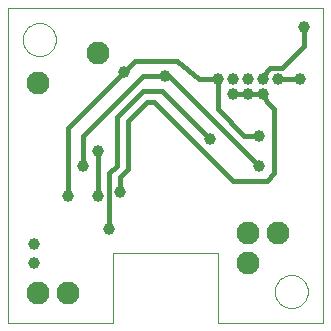
<source format=gbl>
G75*
%MOIN*%
%OFA0B0*%
%FSLAX24Y24*%
%IPPOS*%
%LPD*%
%AMOC8*
5,1,8,0,0,1.08239X$1,22.5*
%
%ADD10C,0.0000*%
%ADD11C,0.0396*%
%ADD12C,0.0160*%
%ADD13C,0.0768*%
D10*
X000100Y000100D02*
X003600Y000100D01*
X003600Y002430D01*
X007100Y002430D01*
X007100Y000100D01*
X010600Y000100D01*
X010600Y010600D01*
X000100Y010600D01*
X000100Y000100D01*
X000599Y009550D02*
X000601Y009597D01*
X000607Y009643D01*
X000617Y009689D01*
X000630Y009734D01*
X000648Y009777D01*
X000669Y009819D01*
X000693Y009859D01*
X000721Y009896D01*
X000752Y009931D01*
X000786Y009964D01*
X000822Y009993D01*
X000861Y010019D01*
X000902Y010042D01*
X000945Y010061D01*
X000989Y010077D01*
X001034Y010089D01*
X001080Y010097D01*
X001127Y010101D01*
X001173Y010101D01*
X001220Y010097D01*
X001266Y010089D01*
X001311Y010077D01*
X001355Y010061D01*
X001398Y010042D01*
X001439Y010019D01*
X001478Y009993D01*
X001514Y009964D01*
X001548Y009931D01*
X001579Y009896D01*
X001607Y009859D01*
X001631Y009819D01*
X001652Y009777D01*
X001670Y009734D01*
X001683Y009689D01*
X001693Y009643D01*
X001699Y009597D01*
X001701Y009550D01*
X001699Y009503D01*
X001693Y009457D01*
X001683Y009411D01*
X001670Y009366D01*
X001652Y009323D01*
X001631Y009281D01*
X001607Y009241D01*
X001579Y009204D01*
X001548Y009169D01*
X001514Y009136D01*
X001478Y009107D01*
X001439Y009081D01*
X001398Y009058D01*
X001355Y009039D01*
X001311Y009023D01*
X001266Y009011D01*
X001220Y009003D01*
X001173Y008999D01*
X001127Y008999D01*
X001080Y009003D01*
X001034Y009011D01*
X000989Y009023D01*
X000945Y009039D01*
X000902Y009058D01*
X000861Y009081D01*
X000822Y009107D01*
X000786Y009136D01*
X000752Y009169D01*
X000721Y009204D01*
X000693Y009241D01*
X000669Y009281D01*
X000648Y009323D01*
X000630Y009366D01*
X000617Y009411D01*
X000607Y009457D01*
X000601Y009503D01*
X000599Y009550D01*
X008999Y001150D02*
X009001Y001197D01*
X009007Y001243D01*
X009017Y001289D01*
X009030Y001334D01*
X009048Y001377D01*
X009069Y001419D01*
X009093Y001459D01*
X009121Y001496D01*
X009152Y001531D01*
X009186Y001564D01*
X009222Y001593D01*
X009261Y001619D01*
X009302Y001642D01*
X009345Y001661D01*
X009389Y001677D01*
X009434Y001689D01*
X009480Y001697D01*
X009527Y001701D01*
X009573Y001701D01*
X009620Y001697D01*
X009666Y001689D01*
X009711Y001677D01*
X009755Y001661D01*
X009798Y001642D01*
X009839Y001619D01*
X009878Y001593D01*
X009914Y001564D01*
X009948Y001531D01*
X009979Y001496D01*
X010007Y001459D01*
X010031Y001419D01*
X010052Y001377D01*
X010070Y001334D01*
X010083Y001289D01*
X010093Y001243D01*
X010099Y001197D01*
X010101Y001150D01*
X010099Y001103D01*
X010093Y001057D01*
X010083Y001011D01*
X010070Y000966D01*
X010052Y000923D01*
X010031Y000881D01*
X010007Y000841D01*
X009979Y000804D01*
X009948Y000769D01*
X009914Y000736D01*
X009878Y000707D01*
X009839Y000681D01*
X009798Y000658D01*
X009755Y000639D01*
X009711Y000623D01*
X009666Y000611D01*
X009620Y000603D01*
X009573Y000599D01*
X009527Y000599D01*
X009480Y000603D01*
X009434Y000611D01*
X009389Y000623D01*
X009345Y000639D01*
X009302Y000658D01*
X009261Y000681D01*
X009222Y000707D01*
X009186Y000736D01*
X009152Y000769D01*
X009121Y000804D01*
X009093Y000841D01*
X009069Y000881D01*
X009048Y000923D01*
X009030Y000966D01*
X009017Y001011D01*
X009007Y001057D01*
X009001Y001103D01*
X008999Y001150D01*
D11*
X008475Y005350D03*
X008475Y006350D03*
X008600Y007725D03*
X008600Y008225D03*
X008100Y008225D03*
X007600Y008225D03*
X007600Y007725D03*
X008100Y007725D03*
X007100Y008225D03*
X005350Y008350D03*
X003975Y008475D03*
X003100Y005850D03*
X002600Y005350D03*
X002100Y004350D03*
X003100Y004350D03*
X003850Y004475D03*
X003475Y003225D03*
X000975Y002725D03*
X000975Y002100D03*
X006850Y006225D03*
X009100Y008225D03*
X009850Y008225D03*
X009975Y009975D03*
D12*
X009975Y009350D01*
X009225Y008600D01*
X008850Y008600D01*
X008600Y008350D01*
X008600Y008225D01*
X008600Y007725D02*
X008100Y007725D01*
X007600Y007725D01*
X007100Y008225D02*
X006475Y008225D01*
X005725Y008850D01*
X004350Y008850D01*
X003975Y008475D01*
X002100Y006600D01*
X002100Y004350D01*
X003100Y004350D02*
X003100Y005850D01*
X002600Y005350D02*
X002600Y006350D01*
X004600Y008350D01*
X005350Y008350D01*
X005475Y008350D01*
X008475Y005350D01*
X008975Y005100D02*
X008725Y004850D01*
X007600Y004850D01*
X004975Y007475D01*
X004725Y007475D01*
X004100Y006850D01*
X004100Y005225D01*
X003850Y004975D01*
X003850Y004475D01*
X003475Y005100D02*
X003475Y003225D01*
X003475Y005100D02*
X003725Y005350D01*
X003725Y006975D01*
X004600Y007850D01*
X005225Y007850D01*
X006850Y006225D01*
X007100Y007225D02*
X007100Y008225D01*
X007100Y007225D02*
X007975Y006350D01*
X008475Y006350D01*
X008975Y007225D02*
X008725Y007475D01*
X008600Y007725D01*
X008975Y007225D02*
X008975Y005100D01*
X009100Y008225D02*
X009850Y008225D01*
D13*
X009100Y003100D03*
X008100Y003100D03*
X008100Y002100D03*
X002100Y001100D03*
X001100Y001100D03*
X001100Y008100D03*
X003100Y009100D03*
M02*

</source>
